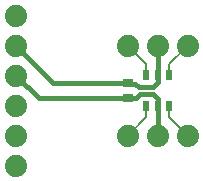
<source format=gtl>
G04*
G04 #@! TF.GenerationSoftware,Altium Limited,CircuitStudio,1.5.2 (30)*
G04*
G04 Layer_Physical_Order=1*
G04 Layer_Color=11767835*
%FSLAX25Y25*%
%MOIN*%
G70*
G01*
G75*
%ADD10R,0.03543X0.02756*%
%ADD11R,0.02362X0.03543*%
%ADD12C,0.01575*%
%ADD13C,0.00591*%
%ADD14C,0.07400*%
D10*
X438976Y422638D02*
D03*
Y427756D02*
D03*
D11*
X445079Y430315D02*
D03*
X452559Y420079D02*
D03*
X448819D02*
D03*
X445079D02*
D03*
X452559Y430315D02*
D03*
X448819D02*
D03*
D12*
X401575Y440197D02*
X414016Y427756D01*
X401575Y430197D02*
X409134Y422638D01*
X442520Y426378D02*
X447244D01*
X441339Y427559D02*
X442520Y426378D01*
X447244D02*
X448819Y427953D01*
X439173Y427559D02*
X441339D01*
X438976Y427756D02*
X439173Y427559D01*
X438976Y422638D02*
X441535D01*
X442913Y424016D01*
X447244D01*
X448819Y422441D01*
Y420079D02*
Y422441D01*
Y427953D02*
Y430315D01*
Y440197D01*
Y410197D02*
Y420079D01*
X414016Y427756D02*
X438976D01*
X409134Y422638D02*
X438976D01*
D13*
X438819Y440197D02*
X445079Y433937D01*
Y430315D02*
Y433937D01*
X452559D02*
X458819Y440197D01*
X452559Y430315D02*
Y433937D01*
Y416457D02*
X458819Y410197D01*
X452559Y416457D02*
Y420079D01*
X438819Y410197D02*
X445079Y416457D01*
Y420079D01*
D14*
X401575Y450197D02*
D03*
Y440197D02*
D03*
Y430197D02*
D03*
Y420197D02*
D03*
Y410197D02*
D03*
Y400197D02*
D03*
X438819Y440197D02*
D03*
X448819D02*
D03*
X458819D02*
D03*
Y410197D02*
D03*
X448819D02*
D03*
X438819D02*
D03*
M02*

</source>
